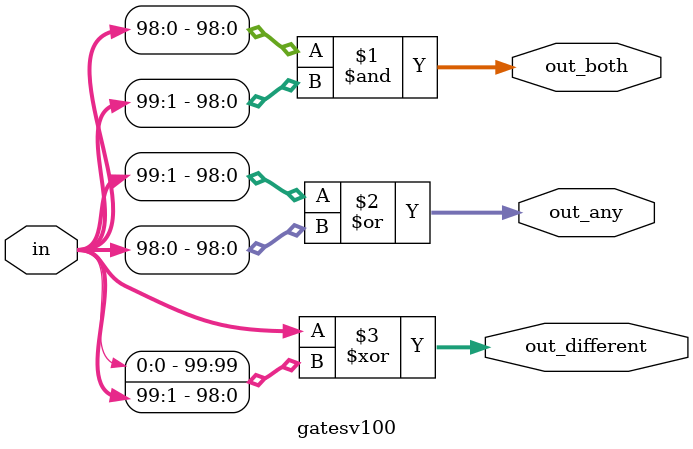
<source format=v>
module gatesv100(
	input [99:0] in,
   output [98:0] out_both,
   output [99:1] out_any,
   output [99:0] out_different
);
	// similar to gatesv, but with longer vectors
	assign out_both = in[98:0] & in[99:1];
	assign out_any = in[99:1] | in[98:0];
	assign out_different = in ^ {in[0], in[99:1]};
	
endmodule

</source>
